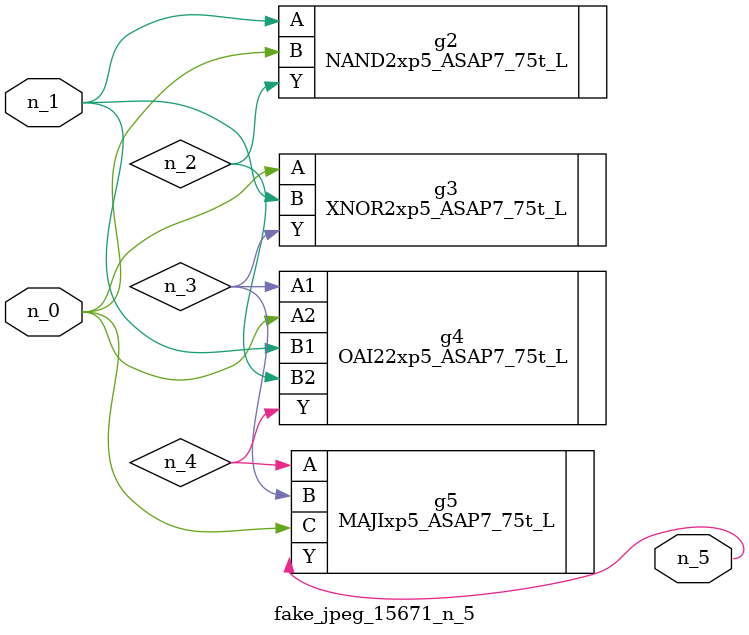
<source format=v>
module fake_jpeg_15671_n_5 (n_0, n_1, n_5);

input n_0;
input n_1;

output n_5;

wire n_2;
wire n_3;
wire n_4;

NAND2xp5_ASAP7_75t_L g2 ( 
.A(n_1),
.B(n_0),
.Y(n_2)
);

XNOR2xp5_ASAP7_75t_L g3 ( 
.A(n_0),
.B(n_1),
.Y(n_3)
);

OAI22xp5_ASAP7_75t_L g4 ( 
.A1(n_3),
.A2(n_0),
.B1(n_1),
.B2(n_2),
.Y(n_4)
);

MAJIxp5_ASAP7_75t_L g5 ( 
.A(n_4),
.B(n_3),
.C(n_0),
.Y(n_5)
);


endmodule
</source>
